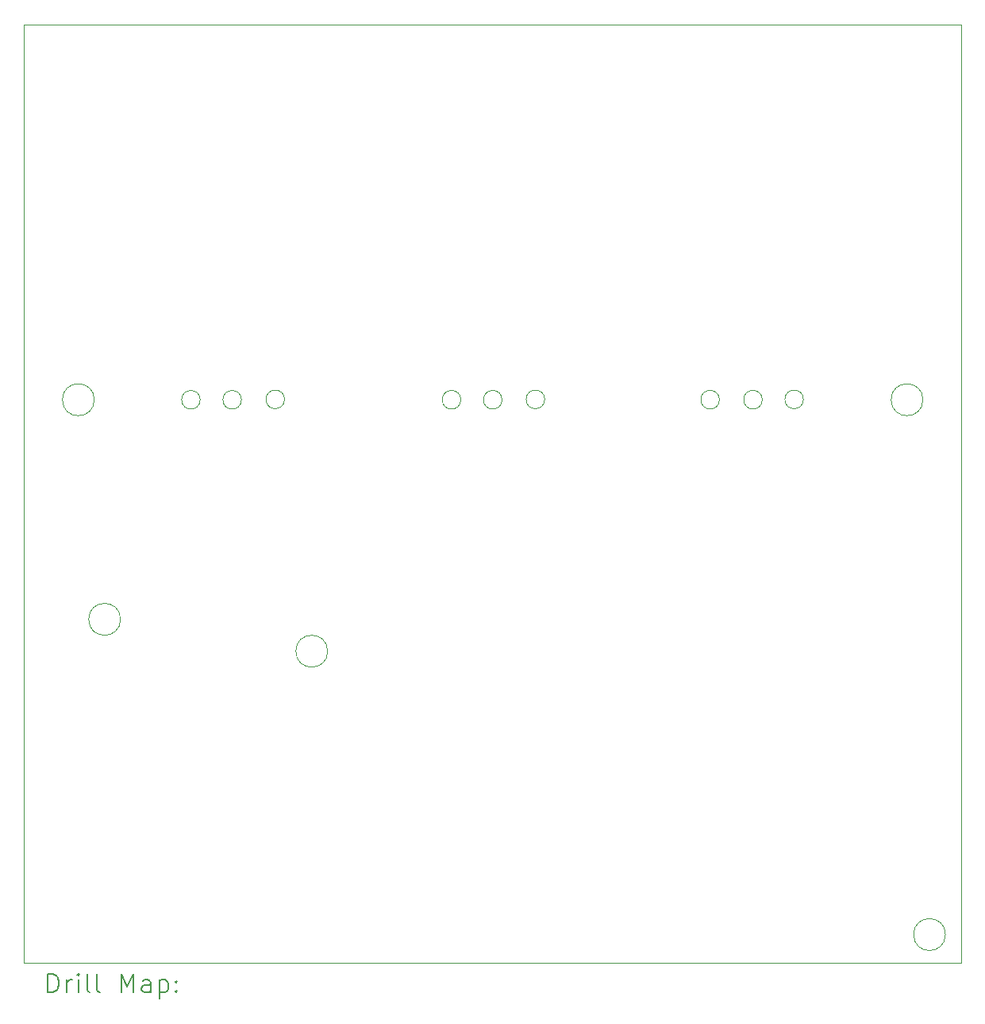
<source format=gbr>
%TF.GenerationSoftware,KiCad,Pcbnew,8.0.6*%
%TF.CreationDate,2024-10-17T13:08:30+02:00*%
%TF.ProjectId,esp_music_vis,6573705f-6d75-4736-9963-5f7669732e6b,rev?*%
%TF.SameCoordinates,Original*%
%TF.FileFunction,Drillmap*%
%TF.FilePolarity,Positive*%
%FSLAX45Y45*%
G04 Gerber Fmt 4.5, Leading zero omitted, Abs format (unit mm)*
G04 Created by KiCad (PCBNEW 8.0.6) date 2024-10-17 13:08:30*
%MOMM*%
%LPD*%
G01*
G04 APERTURE LIST*
%ADD10C,0.100000*%
%ADD11C,0.200000*%
G04 APERTURE END LIST*
D10*
X7320000Y-9000000D02*
G75*
G02*
X7122010Y-9000000I-98995J0D01*
G01*
X7122010Y-9000000D02*
G75*
G02*
X7320000Y-9000000I98995J0D01*
G01*
X6880000Y-9000000D02*
G75*
G02*
X6682010Y-9000000I-98995J0D01*
G01*
X6682010Y-9000000D02*
G75*
G02*
X6880000Y-9000000I98995J0D01*
G01*
X7780000Y-8996250D02*
G75*
G02*
X7582010Y-8996250I-98995J0D01*
G01*
X7582010Y-8996250D02*
G75*
G02*
X7780000Y-8996250I98995J0D01*
G01*
X10100000Y-9000000D02*
G75*
G02*
X9902010Y-9000000I-98995J0D01*
G01*
X9902010Y-9000000D02*
G75*
G02*
X10100000Y-9000000I98995J0D01*
G01*
X9660000Y-9000000D02*
G75*
G02*
X9462010Y-9000000I-98995J0D01*
G01*
X9462010Y-9000000D02*
G75*
G02*
X9660000Y-9000000I98995J0D01*
G01*
X10555000Y-8996250D02*
G75*
G02*
X10357010Y-8996250I-98995J0D01*
G01*
X10357010Y-8996250D02*
G75*
G02*
X10555000Y-8996250I98995J0D01*
G01*
X12875838Y-8999432D02*
G75*
G02*
X12677849Y-8999432I-98995J0D01*
G01*
X12677849Y-8999432D02*
G75*
G02*
X12875838Y-8999432I98995J0D01*
G01*
X13315000Y-8996250D02*
G75*
G02*
X13117010Y-8996250I-98995J0D01*
G01*
X13117010Y-8996250D02*
G75*
G02*
X13315000Y-8996250I98995J0D01*
G01*
X12418995Y-8998995D02*
G75*
G02*
X12221005Y-8998995I-98995J0D01*
G01*
X12221005Y-8998995D02*
G75*
G02*
X12418995Y-8998995I98995J0D01*
G01*
X8240000Y-11680000D02*
G75*
G02*
X7900000Y-11680000I-170000J0D01*
G01*
X7900000Y-11680000D02*
G75*
G02*
X8240000Y-11680000I170000J0D01*
G01*
X14830000Y-14700000D02*
G75*
G02*
X14490000Y-14700000I-170000J0D01*
G01*
X14490000Y-14700000D02*
G75*
G02*
X14830000Y-14700000I170000J0D01*
G01*
X5750000Y-9000000D02*
G75*
G02*
X5410000Y-9000000I-170000J0D01*
G01*
X5410000Y-9000000D02*
G75*
G02*
X5750000Y-9000000I170000J0D01*
G01*
X6030000Y-11340000D02*
G75*
G02*
X5690000Y-11340000I-170000J0D01*
G01*
X5690000Y-11340000D02*
G75*
G02*
X6030000Y-11340000I170000J0D01*
G01*
X5000000Y-5000000D02*
X15000000Y-5000000D01*
X15000000Y-15000000D01*
X5000000Y-15000000D01*
X5000000Y-5000000D01*
X14590000Y-9000000D02*
G75*
G02*
X14250000Y-9000000I-170000J0D01*
G01*
X14250000Y-9000000D02*
G75*
G02*
X14590000Y-9000000I170000J0D01*
G01*
D11*
X5255777Y-15316484D02*
X5255777Y-15116484D01*
X5255777Y-15116484D02*
X5303396Y-15116484D01*
X5303396Y-15116484D02*
X5331967Y-15126008D01*
X5331967Y-15126008D02*
X5351015Y-15145055D01*
X5351015Y-15145055D02*
X5360539Y-15164103D01*
X5360539Y-15164103D02*
X5370063Y-15202198D01*
X5370063Y-15202198D02*
X5370063Y-15230769D01*
X5370063Y-15230769D02*
X5360539Y-15268865D01*
X5360539Y-15268865D02*
X5351015Y-15287912D01*
X5351015Y-15287912D02*
X5331967Y-15306960D01*
X5331967Y-15306960D02*
X5303396Y-15316484D01*
X5303396Y-15316484D02*
X5255777Y-15316484D01*
X5455777Y-15316484D02*
X5455777Y-15183150D01*
X5455777Y-15221246D02*
X5465301Y-15202198D01*
X5465301Y-15202198D02*
X5474824Y-15192674D01*
X5474824Y-15192674D02*
X5493872Y-15183150D01*
X5493872Y-15183150D02*
X5512920Y-15183150D01*
X5579586Y-15316484D02*
X5579586Y-15183150D01*
X5579586Y-15116484D02*
X5570063Y-15126008D01*
X5570063Y-15126008D02*
X5579586Y-15135531D01*
X5579586Y-15135531D02*
X5589110Y-15126008D01*
X5589110Y-15126008D02*
X5579586Y-15116484D01*
X5579586Y-15116484D02*
X5579586Y-15135531D01*
X5703396Y-15316484D02*
X5684348Y-15306960D01*
X5684348Y-15306960D02*
X5674824Y-15287912D01*
X5674824Y-15287912D02*
X5674824Y-15116484D01*
X5808158Y-15316484D02*
X5789110Y-15306960D01*
X5789110Y-15306960D02*
X5779586Y-15287912D01*
X5779586Y-15287912D02*
X5779586Y-15116484D01*
X6036729Y-15316484D02*
X6036729Y-15116484D01*
X6036729Y-15116484D02*
X6103396Y-15259341D01*
X6103396Y-15259341D02*
X6170062Y-15116484D01*
X6170062Y-15116484D02*
X6170062Y-15316484D01*
X6351015Y-15316484D02*
X6351015Y-15211722D01*
X6351015Y-15211722D02*
X6341491Y-15192674D01*
X6341491Y-15192674D02*
X6322443Y-15183150D01*
X6322443Y-15183150D02*
X6284348Y-15183150D01*
X6284348Y-15183150D02*
X6265301Y-15192674D01*
X6351015Y-15306960D02*
X6331967Y-15316484D01*
X6331967Y-15316484D02*
X6284348Y-15316484D01*
X6284348Y-15316484D02*
X6265301Y-15306960D01*
X6265301Y-15306960D02*
X6255777Y-15287912D01*
X6255777Y-15287912D02*
X6255777Y-15268865D01*
X6255777Y-15268865D02*
X6265301Y-15249817D01*
X6265301Y-15249817D02*
X6284348Y-15240293D01*
X6284348Y-15240293D02*
X6331967Y-15240293D01*
X6331967Y-15240293D02*
X6351015Y-15230769D01*
X6446253Y-15183150D02*
X6446253Y-15383150D01*
X6446253Y-15192674D02*
X6465301Y-15183150D01*
X6465301Y-15183150D02*
X6503396Y-15183150D01*
X6503396Y-15183150D02*
X6522443Y-15192674D01*
X6522443Y-15192674D02*
X6531967Y-15202198D01*
X6531967Y-15202198D02*
X6541491Y-15221246D01*
X6541491Y-15221246D02*
X6541491Y-15278388D01*
X6541491Y-15278388D02*
X6531967Y-15297436D01*
X6531967Y-15297436D02*
X6522443Y-15306960D01*
X6522443Y-15306960D02*
X6503396Y-15316484D01*
X6503396Y-15316484D02*
X6465301Y-15316484D01*
X6465301Y-15316484D02*
X6446253Y-15306960D01*
X6627205Y-15297436D02*
X6636729Y-15306960D01*
X6636729Y-15306960D02*
X6627205Y-15316484D01*
X6627205Y-15316484D02*
X6617682Y-15306960D01*
X6617682Y-15306960D02*
X6627205Y-15297436D01*
X6627205Y-15297436D02*
X6627205Y-15316484D01*
X6627205Y-15192674D02*
X6636729Y-15202198D01*
X6636729Y-15202198D02*
X6627205Y-15211722D01*
X6627205Y-15211722D02*
X6617682Y-15202198D01*
X6617682Y-15202198D02*
X6627205Y-15192674D01*
X6627205Y-15192674D02*
X6627205Y-15211722D01*
M02*

</source>
